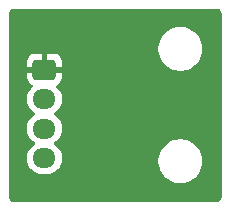
<source format=gbr>
%TF.GenerationSoftware,KiCad,Pcbnew,9.0.2*%
%TF.CreationDate,2025-05-12T20:01:58-04:00*%
%TF.ProjectId,high-range-IMU,68696768-2d72-4616-9e67-652d494d552e,rev?*%
%TF.SameCoordinates,Original*%
%TF.FileFunction,Copper,L2,Bot*%
%TF.FilePolarity,Positive*%
%FSLAX46Y46*%
G04 Gerber Fmt 4.6, Leading zero omitted, Abs format (unit mm)*
G04 Created by KiCad (PCBNEW 9.0.2) date 2025-05-12 20:01:58*
%MOMM*%
%LPD*%
G01*
G04 APERTURE LIST*
G04 Aperture macros list*
%AMRoundRect*
0 Rectangle with rounded corners*
0 $1 Rounding radius*
0 $2 $3 $4 $5 $6 $7 $8 $9 X,Y pos of 4 corners*
0 Add a 4 corners polygon primitive as box body*
4,1,4,$2,$3,$4,$5,$6,$7,$8,$9,$2,$3,0*
0 Add four circle primitives for the rounded corners*
1,1,$1+$1,$2,$3*
1,1,$1+$1,$4,$5*
1,1,$1+$1,$6,$7*
1,1,$1+$1,$8,$9*
0 Add four rect primitives between the rounded corners*
20,1,$1+$1,$2,$3,$4,$5,0*
20,1,$1+$1,$4,$5,$6,$7,0*
20,1,$1+$1,$6,$7,$8,$9,0*
20,1,$1+$1,$8,$9,$2,$3,0*%
G04 Aperture macros list end*
%TA.AperFunction,ComponentPad*%
%ADD10RoundRect,0.250000X-0.725000X0.600000X-0.725000X-0.600000X0.725000X-0.600000X0.725000X0.600000X0*%
%TD*%
%TA.AperFunction,ComponentPad*%
%ADD11O,1.950000X1.700000*%
%TD*%
%TA.AperFunction,ViaPad*%
%ADD12C,0.600000*%
%TD*%
G04 APERTURE END LIST*
D10*
%TO.P,J1,1,Pin_1*%
%TO.N,GND*%
X139000000Y-84750000D03*
D11*
%TO.P,J1,2,Pin_2*%
%TO.N,Net-(J1-Pin_2)*%
X139000000Y-87250000D03*
%TO.P,J1,3,Pin_3*%
%TO.N,Net-(J1-Pin_3)*%
X139000000Y-89750000D03*
%TO.P,J1,4,Pin_4*%
%TO.N,+3.3V*%
X139000000Y-92250000D03*
%TD*%
D12*
%TO.N,GND*%
X144500000Y-88000000D03*
X146500000Y-92500000D03*
%TD*%
%TA.AperFunction,Conductor*%
%TO.N,GND*%
G36*
X153817635Y-79619685D02*
G01*
X153838277Y-79636319D01*
X153880644Y-79678686D01*
X153897957Y-79700395D01*
X153942600Y-79771444D01*
X153954648Y-79796462D01*
X153982362Y-79875666D01*
X153988540Y-79902737D01*
X153998715Y-79993045D01*
X153999495Y-80006985D01*
X153992426Y-95418818D01*
X153992426Y-95418824D01*
X153992421Y-95426890D01*
X153992392Y-95427004D01*
X153992392Y-95484282D01*
X153992392Y-95486000D01*
X153992387Y-95486014D01*
X153991612Y-95499820D01*
X153981434Y-95590158D01*
X153975256Y-95617229D01*
X153947542Y-95696433D01*
X153935494Y-95721451D01*
X153890851Y-95792500D01*
X153873538Y-95814209D01*
X153814209Y-95873538D01*
X153792500Y-95890851D01*
X153721451Y-95935494D01*
X153696433Y-95947542D01*
X153617229Y-95975256D01*
X153590158Y-95981434D01*
X153499824Y-95991612D01*
X153485998Y-95992392D01*
X153427004Y-95992392D01*
X153426901Y-95992419D01*
X153418731Y-95992423D01*
X153418730Y-95992422D01*
X153418726Y-95992423D01*
X136506990Y-95999497D01*
X136493054Y-95998717D01*
X136402736Y-95988540D01*
X136375666Y-95982362D01*
X136296462Y-95954648D01*
X136271444Y-95942600D01*
X136200395Y-95897957D01*
X136178686Y-95880644D01*
X136119355Y-95821313D01*
X136102042Y-95799604D01*
X136097578Y-95792500D01*
X136057398Y-95728553D01*
X136045351Y-95703537D01*
X136042865Y-95696433D01*
X136017636Y-95624331D01*
X136011459Y-95597263D01*
X136010658Y-95590158D01*
X136001282Y-95506948D01*
X136000503Y-95493009D01*
X136000533Y-95427004D01*
X136004331Y-87143713D01*
X137524500Y-87143713D01*
X137524500Y-87356286D01*
X137557753Y-87566239D01*
X137623444Y-87768414D01*
X137719951Y-87957820D01*
X137844890Y-88129786D01*
X137995209Y-88280105D01*
X137995214Y-88280109D01*
X138159793Y-88399682D01*
X138202459Y-88455011D01*
X138208438Y-88524625D01*
X138175833Y-88586420D01*
X138159793Y-88600318D01*
X137995214Y-88719890D01*
X137995209Y-88719894D01*
X137844890Y-88870213D01*
X137719951Y-89042179D01*
X137623444Y-89231585D01*
X137557753Y-89433760D01*
X137524500Y-89643713D01*
X137524500Y-89856286D01*
X137557753Y-90066239D01*
X137623444Y-90268414D01*
X137719951Y-90457820D01*
X137844890Y-90629786D01*
X137995209Y-90780105D01*
X137995214Y-90780109D01*
X138159793Y-90899682D01*
X138202459Y-90955011D01*
X138208438Y-91024625D01*
X138175833Y-91086420D01*
X138159793Y-91100318D01*
X137995214Y-91219890D01*
X137995209Y-91219894D01*
X137844890Y-91370213D01*
X137719951Y-91542179D01*
X137623444Y-91731585D01*
X137557753Y-91933760D01*
X137524500Y-92143713D01*
X137524500Y-92356286D01*
X137557753Y-92566239D01*
X137557753Y-92566241D01*
X137557754Y-92566243D01*
X137575639Y-92621288D01*
X137623444Y-92768414D01*
X137719951Y-92957820D01*
X137844890Y-93129786D01*
X137995213Y-93280109D01*
X138167179Y-93405048D01*
X138167181Y-93405049D01*
X138167184Y-93405051D01*
X138356588Y-93501557D01*
X138558757Y-93567246D01*
X138768713Y-93600500D01*
X138768714Y-93600500D01*
X139231286Y-93600500D01*
X139231287Y-93600500D01*
X139441243Y-93567246D01*
X139643412Y-93501557D01*
X139832816Y-93405051D01*
X139949588Y-93320212D01*
X140004786Y-93280109D01*
X140004788Y-93280106D01*
X140004792Y-93280104D01*
X140155104Y-93129792D01*
X140155106Y-93129788D01*
X140155109Y-93129786D01*
X140280048Y-92957820D01*
X140280047Y-92957820D01*
X140280051Y-92957816D01*
X140376557Y-92768412D01*
X140442246Y-92566243D01*
X140471948Y-92378711D01*
X148649500Y-92378711D01*
X148649500Y-92621288D01*
X148681161Y-92861785D01*
X148743947Y-93096104D01*
X148820163Y-93280104D01*
X148836776Y-93320212D01*
X148958064Y-93530289D01*
X148958066Y-93530292D01*
X148958067Y-93530293D01*
X149105733Y-93722736D01*
X149105739Y-93722743D01*
X149277256Y-93894260D01*
X149277262Y-93894265D01*
X149469711Y-94041936D01*
X149679788Y-94163224D01*
X149903900Y-94256054D01*
X150138211Y-94318838D01*
X150318586Y-94342584D01*
X150378711Y-94350500D01*
X150378712Y-94350500D01*
X150621289Y-94350500D01*
X150669388Y-94344167D01*
X150861789Y-94318838D01*
X151096100Y-94256054D01*
X151320212Y-94163224D01*
X151530289Y-94041936D01*
X151722738Y-93894265D01*
X151894265Y-93722738D01*
X152041936Y-93530289D01*
X152163224Y-93320212D01*
X152256054Y-93096100D01*
X152318838Y-92861789D01*
X152350500Y-92621288D01*
X152350500Y-92378712D01*
X152318838Y-92138211D01*
X152256054Y-91903900D01*
X152163224Y-91679788D01*
X152041936Y-91469711D01*
X151894265Y-91277262D01*
X151894260Y-91277256D01*
X151722743Y-91105739D01*
X151722736Y-91105733D01*
X151530293Y-90958067D01*
X151530292Y-90958066D01*
X151530289Y-90958064D01*
X151320212Y-90836776D01*
X151320205Y-90836773D01*
X151096104Y-90743947D01*
X150861785Y-90681161D01*
X150621289Y-90649500D01*
X150621288Y-90649500D01*
X150378712Y-90649500D01*
X150378711Y-90649500D01*
X150138214Y-90681161D01*
X149903895Y-90743947D01*
X149679794Y-90836773D01*
X149679785Y-90836777D01*
X149469706Y-90958067D01*
X149277263Y-91105733D01*
X149277256Y-91105739D01*
X149105739Y-91277256D01*
X149105733Y-91277263D01*
X148958067Y-91469706D01*
X148836777Y-91679785D01*
X148836773Y-91679794D01*
X148743947Y-91903895D01*
X148681161Y-92138214D01*
X148649500Y-92378711D01*
X140471948Y-92378711D01*
X140475500Y-92356287D01*
X140475500Y-92143713D01*
X140442246Y-91933757D01*
X140376557Y-91731588D01*
X140280051Y-91542184D01*
X140280049Y-91542181D01*
X140280048Y-91542179D01*
X140155109Y-91370213D01*
X140004792Y-91219896D01*
X140004784Y-91219890D01*
X139840204Y-91100316D01*
X139797540Y-91044989D01*
X139791561Y-90975376D01*
X139824166Y-90913580D01*
X139840199Y-90899686D01*
X140004792Y-90780104D01*
X140155104Y-90629792D01*
X140155106Y-90629788D01*
X140155109Y-90629786D01*
X140280048Y-90457820D01*
X140280047Y-90457820D01*
X140280051Y-90457816D01*
X140376557Y-90268412D01*
X140442246Y-90066243D01*
X140475500Y-89856287D01*
X140475500Y-89643713D01*
X140442246Y-89433757D01*
X140376557Y-89231588D01*
X140280051Y-89042184D01*
X140280049Y-89042181D01*
X140280048Y-89042179D01*
X140155109Y-88870213D01*
X140004792Y-88719896D01*
X140004784Y-88719890D01*
X139840204Y-88600316D01*
X139797540Y-88544989D01*
X139791561Y-88475376D01*
X139824166Y-88413580D01*
X139840199Y-88399686D01*
X140004792Y-88280104D01*
X140155104Y-88129792D01*
X140155106Y-88129788D01*
X140155109Y-88129786D01*
X140280048Y-87957820D01*
X140280047Y-87957820D01*
X140280051Y-87957816D01*
X140376557Y-87768412D01*
X140442246Y-87566243D01*
X140475500Y-87356287D01*
X140475500Y-87143713D01*
X140442246Y-86933757D01*
X140376557Y-86731588D01*
X140280051Y-86542184D01*
X140280049Y-86542181D01*
X140280048Y-86542179D01*
X140155109Y-86370213D01*
X140015931Y-86231035D01*
X139982446Y-86169712D01*
X139987430Y-86100020D01*
X140029302Y-86044087D01*
X140038516Y-86037815D01*
X140193343Y-85942317D01*
X140317315Y-85818345D01*
X140409356Y-85669124D01*
X140409358Y-85669119D01*
X140464505Y-85502697D01*
X140464506Y-85502690D01*
X140474999Y-85399986D01*
X140475000Y-85399973D01*
X140475000Y-85000000D01*
X139404146Y-85000000D01*
X139442630Y-84933343D01*
X139475000Y-84812535D01*
X139475000Y-84687465D01*
X139442630Y-84566657D01*
X139404146Y-84500000D01*
X140474999Y-84500000D01*
X140474999Y-84100028D01*
X140474998Y-84100013D01*
X140464505Y-83997302D01*
X140409358Y-83830880D01*
X140409356Y-83830875D01*
X140317315Y-83681654D01*
X140193345Y-83557684D01*
X140044124Y-83465643D01*
X140044119Y-83465641D01*
X139877697Y-83410494D01*
X139877690Y-83410493D01*
X139774986Y-83400000D01*
X139250000Y-83400000D01*
X139250000Y-84345854D01*
X139183343Y-84307370D01*
X139062535Y-84275000D01*
X138937465Y-84275000D01*
X138816657Y-84307370D01*
X138750000Y-84345854D01*
X138750000Y-83400000D01*
X138225028Y-83400000D01*
X138225012Y-83400001D01*
X138122302Y-83410494D01*
X137955880Y-83465641D01*
X137955875Y-83465643D01*
X137806654Y-83557684D01*
X137682684Y-83681654D01*
X137590643Y-83830875D01*
X137590641Y-83830880D01*
X137535494Y-83997302D01*
X137535493Y-83997309D01*
X137525000Y-84100013D01*
X137525000Y-84500000D01*
X138595854Y-84500000D01*
X138557370Y-84566657D01*
X138525000Y-84687465D01*
X138525000Y-84812535D01*
X138557370Y-84933343D01*
X138595854Y-85000000D01*
X137525001Y-85000000D01*
X137525001Y-85399986D01*
X137535494Y-85502697D01*
X137590641Y-85669119D01*
X137590643Y-85669124D01*
X137682684Y-85818345D01*
X137806654Y-85942315D01*
X137961484Y-86037815D01*
X138008208Y-86089763D01*
X138019431Y-86158726D01*
X137991587Y-86222808D01*
X137984069Y-86231035D01*
X137844889Y-86370215D01*
X137719951Y-86542179D01*
X137623444Y-86731585D01*
X137557753Y-86933760D01*
X137524500Y-87143713D01*
X136004331Y-87143713D01*
X136006286Y-82878711D01*
X148649500Y-82878711D01*
X148649500Y-83121288D01*
X148681161Y-83361785D01*
X148743947Y-83596104D01*
X148836773Y-83820205D01*
X148836776Y-83820212D01*
X148958064Y-84030289D01*
X148958066Y-84030292D01*
X148958067Y-84030293D01*
X149105733Y-84222736D01*
X149105739Y-84222743D01*
X149277256Y-84394260D01*
X149277262Y-84394265D01*
X149469711Y-84541936D01*
X149679788Y-84663224D01*
X149903900Y-84756054D01*
X150138211Y-84818838D01*
X150318586Y-84842584D01*
X150378711Y-84850500D01*
X150378712Y-84850500D01*
X150621289Y-84850500D01*
X150669388Y-84844167D01*
X150861789Y-84818838D01*
X151096100Y-84756054D01*
X151320212Y-84663224D01*
X151530289Y-84541936D01*
X151722738Y-84394265D01*
X151894265Y-84222738D01*
X152041936Y-84030289D01*
X152163224Y-83820212D01*
X152256054Y-83596100D01*
X152318838Y-83361789D01*
X152350500Y-83121288D01*
X152350500Y-82878712D01*
X152318838Y-82638211D01*
X152256054Y-82403900D01*
X152163224Y-82179788D01*
X152041936Y-81969711D01*
X151894265Y-81777262D01*
X151894260Y-81777256D01*
X151722743Y-81605739D01*
X151722736Y-81605733D01*
X151530293Y-81458067D01*
X151530292Y-81458066D01*
X151530289Y-81458064D01*
X151320212Y-81336776D01*
X151320205Y-81336773D01*
X151096104Y-81243947D01*
X150861785Y-81181161D01*
X150621289Y-81149500D01*
X150621288Y-81149500D01*
X150378712Y-81149500D01*
X150378711Y-81149500D01*
X150138214Y-81181161D01*
X149903895Y-81243947D01*
X149679794Y-81336773D01*
X149679785Y-81336777D01*
X149469706Y-81458067D01*
X149277263Y-81605733D01*
X149277256Y-81605739D01*
X149105739Y-81777256D01*
X149105733Y-81777263D01*
X148958067Y-81969706D01*
X148836777Y-82179785D01*
X148836773Y-82179794D01*
X148743947Y-82403895D01*
X148681161Y-82638214D01*
X148649500Y-82878711D01*
X136006286Y-82878711D01*
X136007576Y-80066005D01*
X136007607Y-80065892D01*
X136007607Y-80006896D01*
X136007611Y-80006880D01*
X136008387Y-79993078D01*
X136015018Y-79934224D01*
X136018566Y-79902731D01*
X136024744Y-79875666D01*
X136052461Y-79796455D01*
X136064500Y-79771456D01*
X136109153Y-79700391D01*
X136126457Y-79678694D01*
X136168834Y-79636318D01*
X136230157Y-79602833D01*
X136256514Y-79600000D01*
X153750596Y-79600000D01*
X153817635Y-79619685D01*
G37*
%TD.AperFunction*%
%TD*%
M02*

</source>
